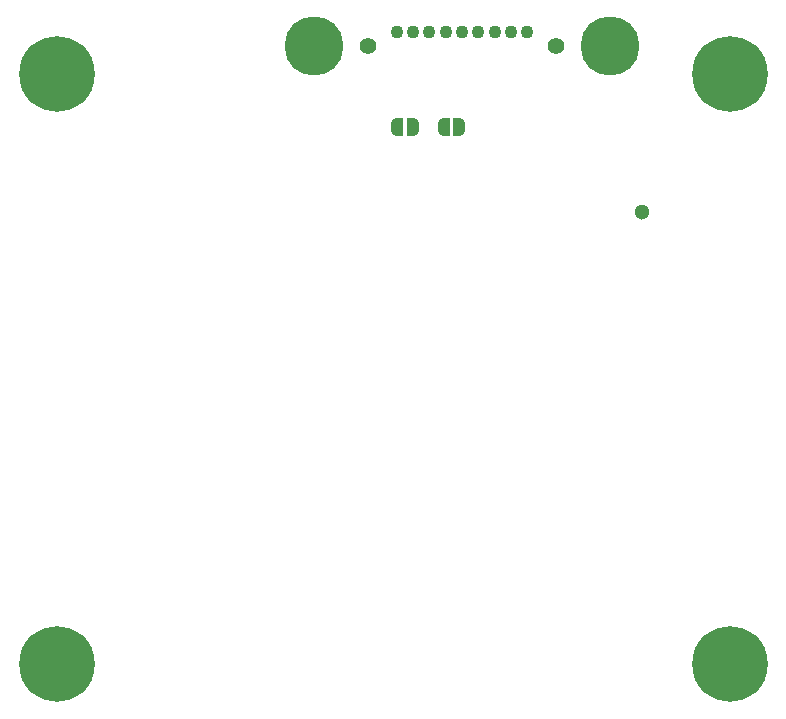
<source format=gbs>
G04 #@! TF.GenerationSoftware,KiCad,Pcbnew,(6.0.11)*
G04 #@! TF.CreationDate,2024-01-03T02:28:53+00:00*
G04 #@! TF.ProjectId,Tait_TM8XXX_TNC_Adapter,54616974-5f54-44d3-9858-58585f544e43,rev?*
G04 #@! TF.SameCoordinates,Original*
G04 #@! TF.FileFunction,Soldermask,Bot*
G04 #@! TF.FilePolarity,Negative*
%FSLAX46Y46*%
G04 Gerber Fmt 4.6, Leading zero omitted, Abs format (unit mm)*
G04 Created by KiCad (PCBNEW (6.0.11)) date 2024-01-03 02:28:53*
%MOMM*%
%LPD*%
G01*
G04 APERTURE LIST*
G04 Aperture macros list*
%AMFreePoly0*
4,1,22,0.500000,-0.750000,0.000000,-0.750000,0.000000,-0.745033,-0.079941,-0.743568,-0.215256,-0.701293,-0.333266,-0.622738,-0.424486,-0.514219,-0.481581,-0.384460,-0.499164,-0.250000,-0.500000,-0.250000,-0.500000,0.250000,-0.499164,0.250000,-0.499963,0.256109,-0.478152,0.396186,-0.417904,0.524511,-0.324060,0.630769,-0.204165,0.706417,-0.067858,0.745374,0.000000,0.744959,0.000000,0.750000,
0.500000,0.750000,0.500000,-0.750000,0.500000,-0.750000,$1*%
%AMFreePoly1*
4,1,20,0.000000,0.744959,0.073905,0.744508,0.209726,0.703889,0.328688,0.626782,0.421226,0.519385,0.479903,0.390333,0.500000,0.250000,0.500000,-0.250000,0.499851,-0.262216,0.476331,-0.402017,0.414519,-0.529596,0.319384,-0.634700,0.198574,-0.708877,0.061801,-0.746166,0.000000,-0.745033,0.000000,-0.750000,-0.500000,-0.750000,-0.500000,0.750000,0.000000,0.750000,0.000000,0.744959,
0.000000,0.744959,$1*%
G04 Aperture macros list end*
%ADD10C,1.400000*%
%ADD11C,5.000000*%
%ADD12C,1.100000*%
%ADD13C,6.400000*%
%ADD14C,1.300000*%
%ADD15FreePoly0,0.000000*%
%ADD16FreePoly1,0.000000*%
G04 APERTURE END LIST*
D10*
X180231525Y-51356930D03*
D11*
X175716525Y-51356930D03*
D10*
X196191525Y-51356930D03*
D11*
X200706525Y-51356930D03*
D12*
X193751525Y-50156930D03*
X190981525Y-50156930D03*
X188211525Y-50156930D03*
X185441525Y-50156930D03*
X182671525Y-50156930D03*
X192366525Y-50156930D03*
X189596525Y-50156930D03*
X186826525Y-50156930D03*
X184056525Y-50156930D03*
D13*
X210876503Y-53647987D03*
X153876015Y-103647461D03*
X210876503Y-103647461D03*
X153876015Y-53647987D03*
D14*
X203457681Y-65364528D03*
D15*
X182738000Y-58166000D03*
D16*
X184038000Y-58166000D03*
D15*
X186690000Y-58166000D03*
D16*
X187990000Y-58166000D03*
M02*

</source>
